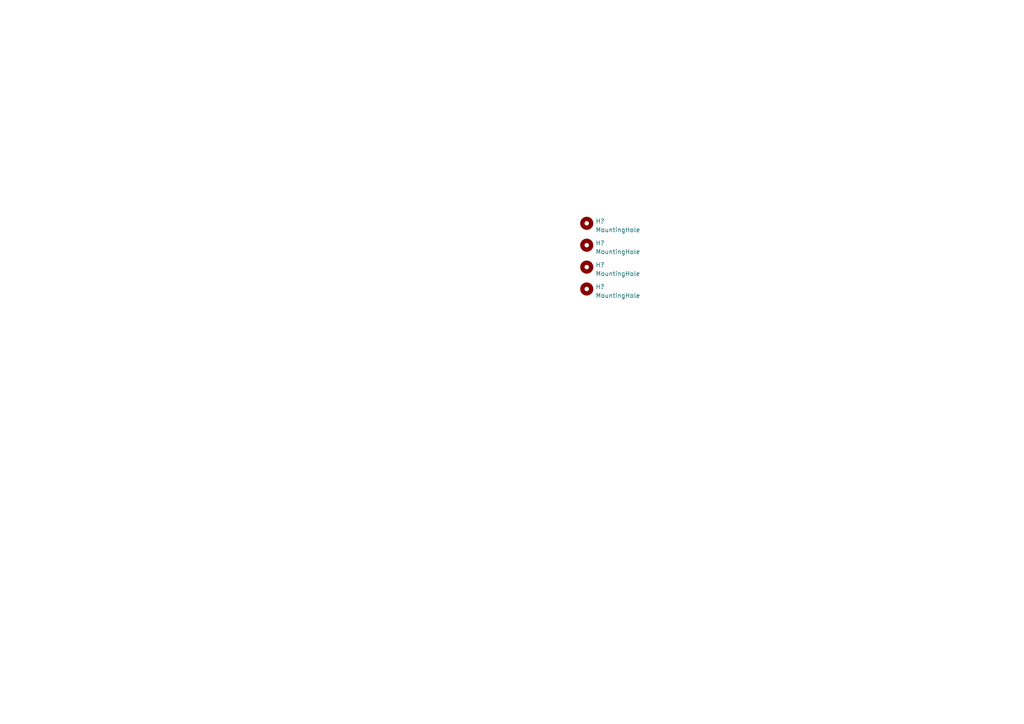
<source format=kicad_sch>
(kicad_sch (version 20230121) (generator eeschema)
  (paper "A4")
  (lib_symbols
    (symbol "Mechanical:MountingHole" (pin_names (offset 1.016))
      (property "Reference" "H" (at 0 5.08 0))
      (property "Value" "MountingHole" (at 0 3.175 0))
      (symbol "MountingHole_0_1"
        (circle (center 0 0) (radius 1.27) (stroke (width 1.27)))
      )
    )
  )
  (symbol (lib_id "Mechanical:MountingHole") (at 170.18 77.47 0) (unit 1)
    (property "Reference" "H?" (at 172.72 76.835 0) (effects (justify left)))
    (property "Value" "MountingHole" (at 172.72 79.375 0) (effects (justify left)))
    (property "Footprint" "MountingHole:MountingHole_3.2mm_M3" (effects hide))
    (instances (project "MR-SLDR-01" (path "" (reference "H?") (unit 1)) (path "" (reference "H3") (unit 1))))
  )
  (symbol (lib_id "Mechanical:MountingHole") (at 170.18 83.82 0) (unit 1)
    (property "Reference" "H?" (at 172.72 83.185 0) (effects (justify left)))
    (property "Value" "MountingHole" (at 172.72 85.725 0) (effects (justify left)))
    (property "Footprint" "MountingHole:MountingHole_3.2mm_M3" (effects hide))
    (instances (project "MR-SLDR-01" (path "" (reference "H?") (unit 1)) (path "" (reference "H4") (unit 1))))
  )
  (symbol (lib_id "Mechanical:MountingHole") (at 170.18 64.77 0) (unit 1)
    (property "Reference" "H?" (at 172.72 64.135 0) (effects (justify left)))
    (property "Value" "MountingHole" (at 172.72 66.675 0) (effects (justify left)))
    (property "Footprint" "MountingHole:MountingHole_3.2mm_M3" (effects hide))
    (instances (project "MR-SLDR-01" (path "" (reference "H?") (unit 1)) (path "" (reference "H1") (unit 1))))
  )
  (symbol (lib_id "Mechanical:MountingHole") (at 170.18 71.12 0) (unit 1)
    (property "Reference" "H?" (at 172.72 70.485 0) (effects (justify left)))
    (property "Value" "MountingHole" (at 172.72 73.025 0) (effects (justify left)))
    (property "Footprint" "MountingHole:MountingHole_3.2mm_M3" (effects hide))
    (instances (project "MR-SLDR-01" (path "" (reference "H?") (unit 1)) (path "" (reference "H2") (unit 1))))
  )
)
</source>
